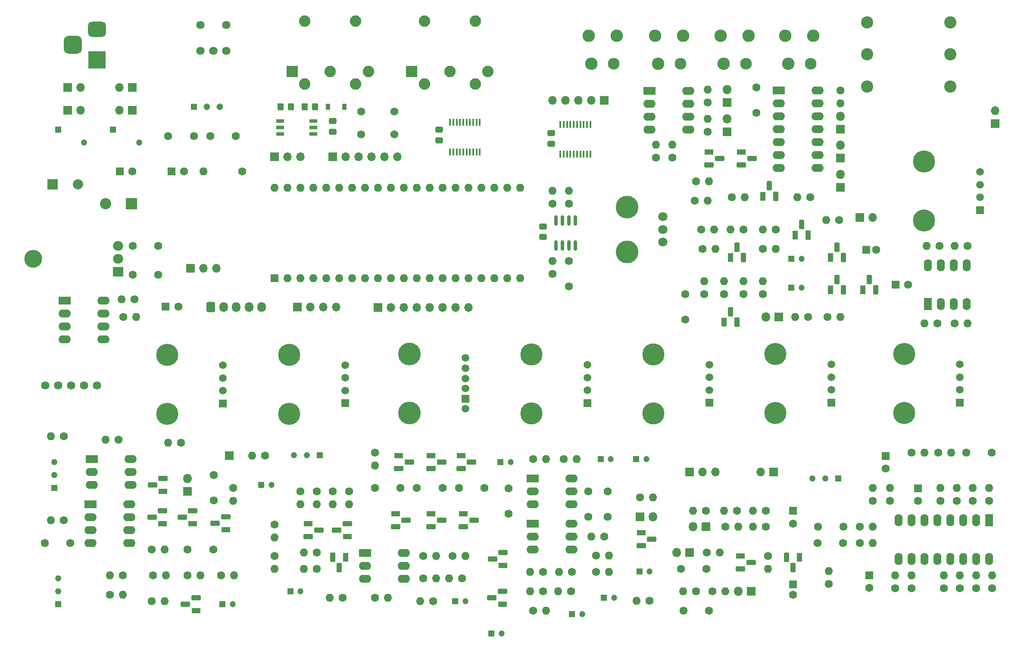
<source format=gts>
%TF.GenerationSoftware,KiCad,Pcbnew,8.0.8*%
%TF.CreationDate,2025-03-25T20:46:00+09:00*%
%TF.ProjectId,mainBorad,6d61696e-426f-4726-9164-2e6b69636164,rev?*%
%TF.SameCoordinates,Original*%
%TF.FileFunction,Soldermask,Top*%
%TF.FilePolarity,Negative*%
%FSLAX46Y46*%
G04 Gerber Fmt 4.6, Leading zero omitted, Abs format (unit mm)*
G04 Created by KiCad (PCBNEW 8.0.8) date 2025-03-25 20:46:00*
%MOMM*%
%LPD*%
G01*
G04 APERTURE LIST*
G04 Aperture macros list*
%AMRoundRect*
0 Rectangle with rounded corners*
0 $1 Rounding radius*
0 $2 $3 $4 $5 $6 $7 $8 $9 X,Y pos of 4 corners*
0 Add a 4 corners polygon primitive as box body*
4,1,4,$2,$3,$4,$5,$6,$7,$8,$9,$2,$3,0*
0 Add four circle primitives for the rounded corners*
1,1,$1+$1,$2,$3*
1,1,$1+$1,$4,$5*
1,1,$1+$1,$6,$7*
1,1,$1+$1,$8,$9*
0 Add four rect primitives between the rounded corners*
20,1,$1+$1,$2,$3,$4,$5,0*
20,1,$1+$1,$4,$5,$6,$7,0*
20,1,$1+$1,$6,$7,$8,$9,0*
20,1,$1+$1,$8,$9,$2,$3,0*%
G04 Aperture macros list end*
%ADD10C,1.600000*%
%ADD11O,1.600000X1.600000*%
%ADD12C,2.450000*%
%ADD13C,2.300000*%
%ADD14R,1.600000X2.400000*%
%ADD15O,1.600000X2.400000*%
%ADD16R,1.217000X1.217000*%
%ADD17C,1.217000*%
%ADD18R,1.800000X1.800000*%
%ADD19O,1.800000X1.800000*%
%ADD20C,1.800000*%
%ADD21C,4.455000*%
%ADD22R,1.100000X1.800000*%
%ADD23RoundRect,0.275000X-0.275000X-0.625000X0.275000X-0.625000X0.275000X0.625000X-0.275000X0.625000X0*%
%ADD24R,1.200000X1.200000*%
%ADD25C,1.200000*%
%ADD26R,1.600000X1.600000*%
%ADD27R,2.400000X1.600000*%
%ADD28O,2.400000X1.600000*%
%ADD29R,1.700000X1.700000*%
%ADD30O,1.700000X1.700000*%
%ADD31R,1.800000X1.100000*%
%ADD32RoundRect,0.275000X-0.625000X0.275000X-0.625000X-0.275000X0.625000X-0.275000X0.625000X0.275000X0*%
%ADD33C,1.635000*%
%ADD34RoundRect,0.250000X-0.350000X-0.450000X0.350000X-0.450000X0.350000X0.450000X-0.350000X0.450000X0*%
%ADD35R,2.200000X2.200000*%
%ADD36O,2.200000X2.200000*%
%ADD37RoundRect,0.250000X-0.475000X0.337500X-0.475000X-0.337500X0.475000X-0.337500X0.475000X0.337500X0*%
%ADD38RoundRect,0.275000X0.625000X-0.275000X0.625000X0.275000X-0.625000X0.275000X-0.625000X-0.275000X0*%
%ADD39RoundRect,0.275000X0.275000X0.625000X-0.275000X0.625000X-0.275000X-0.625000X0.275000X-0.625000X0*%
%ADD40R,1.650000X0.700000*%
%ADD41RoundRect,0.250000X-0.600000X-0.725000X0.600000X-0.725000X0.600000X0.725000X-0.600000X0.725000X0*%
%ADD42O,1.700000X1.950000*%
%ADD43R,0.450000X1.475000*%
%ADD44R,2.250000X2.250000*%
%ADD45C,2.250000*%
%ADD46R,1.500000X1.500000*%
%ADD47C,1.500000*%
%ADD48C,4.350000*%
%ADD49C,2.400000*%
%ADD50RoundRect,0.150000X0.150000X-0.825000X0.150000X0.825000X-0.150000X0.825000X-0.150000X-0.825000X0*%
%ADD51R,1.305000X1.305000*%
%ADD52C,1.305000*%
%ADD53C,1.575000*%
%ADD54C,3.500000*%
%ADD55R,2.000000X1.905000*%
%ADD56O,2.000000X1.905000*%
%ADD57R,3.500000X3.500000*%
%ADD58RoundRect,0.750000X-1.000000X0.750000X-1.000000X-0.750000X1.000000X-0.750000X1.000000X0.750000X0*%
%ADD59RoundRect,0.875000X-0.875000X0.875000X-0.875000X-0.875000X0.875000X-0.875000X0.875000X0.875000X0*%
%ADD60RoundRect,0.225000X-0.225000X-0.375000X0.225000X-0.375000X0.225000X0.375000X-0.225000X0.375000X0*%
%ADD61R,2.000000X2.000000*%
%ADD62C,2.000000*%
G04 APERTURE END LIST*
D10*
%TO.C,R105*%
X69330000Y-116165000D03*
D11*
X69330000Y-118705000D03*
%TD*%
D12*
%TO.C,DgJ13*%
X152770000Y-32805000D03*
X152220000Y-27305000D03*
X157720000Y-27305000D03*
D13*
X157170000Y-32805000D03*
%TD*%
D10*
%TO.C,R26*%
X168275000Y-120650000D03*
D11*
X165735000Y-120650000D03*
%TD*%
D10*
%TO.C,R70*%
X77470000Y-123375000D03*
D11*
X77470000Y-125915000D03*
%TD*%
D10*
%TO.C,R45*%
X53340000Y-138430000D03*
D11*
X55880000Y-138430000D03*
%TD*%
D14*
%TO.C,U1*%
X217790000Y-122555000D03*
D15*
X215250000Y-122555000D03*
X212710000Y-122555000D03*
X210170000Y-122555000D03*
X207630000Y-122555000D03*
X205090000Y-122555000D03*
X202550000Y-122555000D03*
X200010000Y-122555000D03*
X200010000Y-130175000D03*
X202550000Y-130175000D03*
X205090000Y-130175000D03*
X207630000Y-130175000D03*
X210170000Y-130175000D03*
X212710000Y-130175000D03*
X215250000Y-130175000D03*
X217790000Y-130175000D03*
%TD*%
D16*
%TO.C,TM4*%
X34925000Y-139065000D03*
D17*
X34925000Y-136525000D03*
X34925000Y-133985000D03*
%TD*%
D12*
%TO.C,DgJ11*%
X165650000Y-32805000D03*
X165100000Y-27305000D03*
X170600000Y-27305000D03*
D13*
X170050000Y-32805000D03*
%TD*%
D18*
%TO.C,D37*%
X176530000Y-82550000D03*
D19*
X173990000Y-82550000D03*
%TD*%
D16*
%TO.C,TM5*%
X34145000Y-116205000D03*
D17*
X34145000Y-113665000D03*
X34145000Y-111125000D03*
%TD*%
D10*
%TO.C,R22*%
X165960000Y-123825000D03*
D11*
X168500000Y-123825000D03*
%TD*%
D10*
%TO.C,R140*%
X167230000Y-59055000D03*
D11*
X169770000Y-59055000D03*
%TD*%
D10*
%TO.C,R73*%
X92075000Y-116840000D03*
D11*
X92075000Y-119380000D03*
%TD*%
D20*
%TO.C,VR1*%
X153685000Y-67865000D03*
X153685000Y-65365000D03*
X153685000Y-62865000D03*
D21*
X146685000Y-69765000D03*
X146685000Y-60965000D03*
%TD*%
D10*
%TO.C,R93*%
X162560000Y-46130000D03*
D11*
X162560000Y-43590000D03*
%TD*%
D10*
%TO.C,R109*%
X106680000Y-133985000D03*
D11*
X109220000Y-133985000D03*
%TD*%
D22*
%TO.C,Q38*%
X165735000Y-83585000D03*
D23*
X167005000Y-81515000D03*
X168275000Y-83585000D03*
%TD*%
D10*
%TO.C,R152*%
X182245000Y-82550000D03*
D11*
X179705000Y-82550000D03*
%TD*%
D24*
%TO.C,C23*%
X112935000Y-138430000D03*
D25*
X114935000Y-138430000D03*
%TD*%
D10*
%TO.C,C25*%
X139065000Y-116840000D03*
X139065000Y-121840000D03*
%TD*%
%TO.C,R64*%
X85725000Y-128905000D03*
D11*
X83185000Y-128905000D03*
%TD*%
D10*
%TO.C,R35*%
X66900000Y-133350000D03*
D11*
X69440000Y-133350000D03*
%TD*%
D10*
%TO.C,C34*%
X37320000Y-127000000D03*
X32320000Y-127000000D03*
%TD*%
D26*
%TO.C,C20*%
X179295000Y-135160000D03*
D10*
X179295000Y-137160000D03*
%TD*%
%TO.C,R13*%
X198345000Y-118745000D03*
D11*
X198345000Y-116205000D03*
%TD*%
D24*
%TO.C,C72*%
X178975000Y-71120000D03*
D25*
X180975000Y-71120000D03*
%TD*%
D27*
%TO.C,U2*%
X41275000Y-119380000D03*
D28*
X41275000Y-121920000D03*
X41275000Y-124460000D03*
X41275000Y-127000000D03*
X48895000Y-127000000D03*
X48895000Y-124460000D03*
X48895000Y-121920000D03*
X48895000Y-119380000D03*
%TD*%
D10*
%TO.C,R36*%
X53565000Y-133350000D03*
D11*
X56105000Y-133350000D03*
%TD*%
D10*
%TO.C,R14*%
X217790000Y-118745000D03*
D11*
X217790000Y-116205000D03*
%TD*%
D10*
%TO.C,R91*%
X160245000Y-55880000D03*
D11*
X162785000Y-55880000D03*
%TD*%
D10*
%TO.C,R10*%
X214615000Y-118745000D03*
D11*
X214615000Y-116205000D03*
%TD*%
D10*
%TO.C,DgC2*%
X135255000Y-76530000D03*
X135255000Y-71530000D03*
%TD*%
%TO.C,R138*%
X186055000Y-82550000D03*
D11*
X188595000Y-82550000D03*
%TD*%
D29*
%TO.C,J13*%
X68580000Y-109855000D03*
%TD*%
%TO.C,J8*%
X192405000Y-63000000D03*
D30*
X194945000Y-63000000D03*
%TD*%
D31*
%TO.C,Q10*%
X84055000Y-123190000D03*
D32*
X86125000Y-124460000D03*
X84055000Y-125730000D03*
%TD*%
D10*
%TO.C,C19*%
X105410000Y-116205000D03*
X110410000Y-116205000D03*
%TD*%
D16*
%TO.C,TM1*%
X188185000Y-114300000D03*
D17*
X185645000Y-114300000D03*
X183105000Y-114300000D03*
%TD*%
D10*
%TO.C,R103*%
X47625000Y-133350000D03*
D11*
X45085000Y-133350000D03*
%TD*%
D10*
%TO.C,R8*%
X199375000Y-135890000D03*
D11*
X199375000Y-133350000D03*
%TD*%
D31*
%TO.C,Q23*%
X114535000Y-121285000D03*
D32*
X116605000Y-122555000D03*
X114535000Y-123825000D03*
%TD*%
D33*
%TO.C,SW1*%
X34925000Y-96000000D03*
X37465000Y-96000000D03*
X40005000Y-96000000D03*
X32385000Y-96000000D03*
X42545000Y-96000000D03*
%TD*%
D10*
%TO.C,C26*%
X123432600Y-116285000D03*
X123432600Y-121285000D03*
%TD*%
%TO.C,DgR6*%
X135255000Y-60325000D03*
D11*
X135255000Y-57785000D03*
%TD*%
D34*
%TO.C,DgR4*%
X83360000Y-41275000D03*
X85360000Y-41275000D03*
%TD*%
D26*
%TO.C,PwC6*%
X47030000Y-53975000D03*
D10*
X49530000Y-53975000D03*
%TD*%
D35*
%TO.C,PwD1*%
X49312200Y-60325000D03*
D36*
X44232200Y-60325000D03*
%TD*%
D10*
%TO.C,R114*%
X140560000Y-129460000D03*
D11*
X143100000Y-129460000D03*
%TD*%
D10*
%TO.C,PwC3*%
X69810000Y-46990000D03*
X64810000Y-46990000D03*
%TD*%
%TO.C,PwC9*%
X49570000Y-68580000D03*
X54570000Y-68580000D03*
%TD*%
D27*
%TO.C,IC12*%
X176530000Y-38005000D03*
D28*
X176530000Y-40545000D03*
X176530000Y-43085000D03*
X176530000Y-45625000D03*
X176530000Y-48165000D03*
X176530000Y-50705000D03*
X176530000Y-53245000D03*
X184150000Y-53245000D03*
X184150000Y-50705000D03*
X184150000Y-48165000D03*
X184150000Y-45625000D03*
X184150000Y-43085000D03*
X184150000Y-40545000D03*
X184150000Y-38005000D03*
%TD*%
D10*
%TO.C,R63*%
X85725000Y-116840000D03*
D11*
X85725000Y-119380000D03*
%TD*%
D27*
%TO.C,Q21*%
X128157600Y-123190000D03*
D28*
X128157600Y-125730000D03*
X128157600Y-128270000D03*
X135777600Y-128270000D03*
X135777600Y-125730000D03*
X135777600Y-123190000D03*
%TD*%
D10*
%TO.C,R111*%
X142240000Y-125730000D03*
D11*
X139700000Y-125730000D03*
%TD*%
D37*
%TO.C,DgC6*%
X130175000Y-64770000D03*
X130175000Y-66845000D03*
%TD*%
D31*
%TO.C,Q30*%
X169145000Y-50165000D03*
D32*
X171215000Y-51435000D03*
X169145000Y-52705000D03*
%TD*%
D10*
%TO.C,C1*%
X184215000Y-123825000D03*
X189215000Y-123825000D03*
%TD*%
%TO.C,R25*%
X174360000Y-129540000D03*
D11*
X174360000Y-132080000D03*
%TD*%
D18*
%TO.C,D2*%
X162150000Y-123825000D03*
D19*
X159610000Y-123825000D03*
%TD*%
D10*
%TO.C,R16*%
X213545000Y-68580000D03*
D11*
X211005000Y-68580000D03*
%TD*%
D10*
%TO.C,R66*%
X135890000Y-132715000D03*
D11*
X133350000Y-132715000D03*
%TD*%
D10*
%TO.C,R100*%
X46765000Y-106680000D03*
D11*
X44225000Y-106680000D03*
%TD*%
D31*
%TO.C,Q18*%
X122205000Y-139065000D03*
D38*
X120135000Y-137795000D03*
X122205000Y-136525000D03*
%TD*%
D31*
%TO.C,Q8*%
X61995000Y-140335000D03*
D38*
X59925000Y-139065000D03*
X61995000Y-137795000D03*
%TD*%
D24*
%TO.C,C15*%
X120015000Y-144780000D03*
D25*
X122015000Y-144780000D03*
%TD*%
D22*
%TO.C,Q9*%
X91440000Y-129775000D03*
D39*
X90170000Y-131845000D03*
X88900000Y-129775000D03*
%TD*%
D29*
%TO.C,J12*%
X219000000Y-44540000D03*
D30*
X219000000Y-42000000D03*
%TD*%
D24*
%TO.C,C30*%
X141510000Y-110490000D03*
D25*
X143510000Y-110490000D03*
%TD*%
D40*
%TO.C,DgIC4*%
X78570000Y-44075000D03*
X78570000Y-45345000D03*
X78570000Y-46615000D03*
X85070000Y-46615000D03*
X85070000Y-45345000D03*
X85070000Y-44075000D03*
%TD*%
D10*
%TO.C,R150*%
X169545000Y-78105000D03*
D11*
X169545000Y-75565000D03*
%TD*%
D18*
%TO.C,D28*%
X188595000Y-51340000D03*
D19*
X188595000Y-48800000D03*
%TD*%
D10*
%TO.C,R98*%
X90805000Y-137795000D03*
D11*
X88265000Y-137795000D03*
%TD*%
D10*
%TO.C,C54*%
X158115000Y-83105000D03*
X158115000Y-78105000D03*
%TD*%
D41*
%TO.C,J14*%
X64930000Y-80645000D03*
D42*
X67430000Y-80645000D03*
X69930000Y-80645000D03*
X72430000Y-80645000D03*
X74930000Y-80645000D03*
%TD*%
D12*
%TO.C,DgJ9*%
X139700000Y-32805000D03*
X139150000Y-27305000D03*
X144650000Y-27305000D03*
D13*
X144100000Y-32805000D03*
%TD*%
D29*
%TO.C,PwJ2*%
X36830000Y-37465000D03*
D30*
X39370000Y-37465000D03*
%TD*%
D10*
%TO.C,C33*%
X65520000Y-118665000D03*
X65520000Y-113665000D03*
%TD*%
D24*
%TO.C,C14*%
X149130000Y-132635000D03*
D25*
X151130000Y-132635000D03*
%TD*%
D26*
%TO.C,C7*%
X56047000Y-80518000D03*
D10*
X58547000Y-80518000D03*
%TD*%
%TO.C,R92*%
X152400000Y-51210000D03*
D11*
X152400000Y-48670000D03*
%TD*%
D10*
%TO.C,R6*%
X218425000Y-135890000D03*
D11*
X218425000Y-133350000D03*
%TD*%
D29*
%TO.C,PwJ3*%
X49530000Y-37465000D03*
D30*
X46990000Y-37465000D03*
%TD*%
D10*
%TO.C,R99*%
X135665000Y-136525000D03*
D11*
X133125000Y-136525000D03*
%TD*%
D43*
%TO.C,DgIC3*%
X111920000Y-50143000D03*
X112570000Y-50143000D03*
X113220000Y-50143000D03*
X113870000Y-50143000D03*
X114520000Y-50143000D03*
X115170000Y-50143000D03*
X115820000Y-50143000D03*
X116470000Y-50143000D03*
X117120000Y-50143000D03*
X117770000Y-50143000D03*
X117770000Y-44267000D03*
X117120000Y-44267000D03*
X116470000Y-44267000D03*
X115820000Y-44267000D03*
X115170000Y-44267000D03*
X114520000Y-44267000D03*
X113870000Y-44267000D03*
X113220000Y-44267000D03*
X112570000Y-44267000D03*
X111920000Y-44267000D03*
%TD*%
D26*
%TO.C,C9*%
X197470000Y-109895000D03*
D10*
X197470000Y-112395000D03*
%TD*%
%TO.C,R113*%
X114300000Y-133985000D03*
D11*
X111760000Y-133985000D03*
%TD*%
D10*
%TO.C,R59*%
X155575000Y-51210000D03*
D11*
X155575000Y-48670000D03*
%TD*%
D27*
%TO.C,Q12*%
X95210000Y-128920000D03*
D28*
X95210000Y-131460000D03*
X95210000Y-134000000D03*
X102830000Y-134000000D03*
X102830000Y-131460000D03*
X102830000Y-128920000D03*
%TD*%
D10*
%TO.C,R28*%
X173990000Y-120650000D03*
D11*
X171450000Y-120650000D03*
%TD*%
D26*
%TO.C,C3*%
X179295000Y-120690000D03*
D10*
X179295000Y-123190000D03*
%TD*%
%TO.C,R34*%
X60325000Y-133350000D03*
D11*
X62865000Y-133350000D03*
%TD*%
D16*
%TO.C,PwF1*%
X34925000Y-45720000D03*
D17*
X40025000Y-48310000D03*
%TD*%
D31*
%TO.C,Q24*%
X55455000Y-123190000D03*
D38*
X53385000Y-121920000D03*
X55455000Y-120650000D03*
%TD*%
D18*
%TO.C,D26*%
X188595000Y-45625000D03*
D19*
X188595000Y-43085000D03*
%TD*%
D27*
%TO.C,U5*%
X36180000Y-79385000D03*
D28*
X36180000Y-81925000D03*
X36180000Y-84465000D03*
X36180000Y-87005000D03*
X43800000Y-87005000D03*
X43800000Y-84465000D03*
X43800000Y-81925000D03*
X43800000Y-79385000D03*
%TD*%
D10*
%TO.C,R139*%
X182655000Y-59055000D03*
D11*
X180115000Y-59055000D03*
%TD*%
D29*
%TO.C,AnPw1*%
X60960000Y-73025000D03*
D30*
X63500000Y-73025000D03*
X66040000Y-73025000D03*
%TD*%
D18*
%TO.C,D1*%
X158975000Y-128905000D03*
D19*
X156435000Y-128905000D03*
%TD*%
D10*
%TO.C,R142*%
X175895000Y-65405000D03*
D11*
X173355000Y-65405000D03*
%TD*%
D44*
%TO.C,DgJ1*%
X104380000Y-34290000D03*
D45*
X111880000Y-34290000D03*
X119380000Y-34290000D03*
X106880000Y-36790000D03*
X116880000Y-36790000D03*
X106880000Y-24390000D03*
X116880000Y-24390000D03*
%TD*%
D26*
%TO.C,C8*%
X194295000Y-133350000D03*
D10*
X194295000Y-135850000D03*
%TD*%
D24*
%TO.C,C29*%
X142145000Y-137795000D03*
D25*
X144145000Y-137795000D03*
%TD*%
D26*
%TO.C,C4*%
X203820000Y-116245000D03*
D10*
X203820000Y-118745000D03*
%TD*%
D22*
%TO.C,Q35*%
X173355000Y-58820000D03*
D23*
X174625000Y-56750000D03*
X175895000Y-58820000D03*
%TD*%
D10*
%TO.C,R69*%
X97155000Y-137795000D03*
D11*
X99695000Y-137795000D03*
%TD*%
D31*
%TO.C,Q14*%
X108185000Y-109855000D03*
D32*
X110255000Y-111125000D03*
X108185000Y-112395000D03*
%TD*%
D24*
%TO.C,C13*%
X148495000Y-110490000D03*
D25*
X150495000Y-110490000D03*
%TD*%
D33*
%TO.C,PwS1*%
X62865000Y-30225000D03*
X65405000Y-30225000D03*
X67945000Y-30225000D03*
X67945000Y-25145000D03*
X62865000Y-25145000D03*
%TD*%
D31*
%TO.C,Q28*%
X67825000Y-124420000D03*
D38*
X65755000Y-123150000D03*
X67825000Y-121880000D03*
%TD*%
D10*
%TO.C,R46*%
X149225000Y-118030000D03*
D11*
X151765000Y-118030000D03*
%TD*%
D10*
%TO.C,R17*%
X207645000Y-83820000D03*
D11*
X205105000Y-83820000D03*
%TD*%
D18*
%TO.C,D29*%
X188595000Y-57055000D03*
D19*
X188595000Y-54515000D03*
%TD*%
D10*
%TO.C,R117*%
X188595000Y-38005000D03*
D11*
X188595000Y-40545000D03*
%TD*%
D29*
%TO.C,DgJ16*%
X142235000Y-40005000D03*
D30*
X139695000Y-40005000D03*
X137155000Y-40005000D03*
X134615000Y-40005000D03*
X132075000Y-40005000D03*
%TD*%
D10*
%TO.C,R61*%
X162150000Y-120650000D03*
D11*
X159610000Y-120650000D03*
%TD*%
D22*
%TO.C,Q39*%
X193040000Y-77235000D03*
D23*
X194310000Y-75165000D03*
X195580000Y-77235000D03*
%TD*%
D10*
%TO.C,R62*%
X75565000Y-109855000D03*
D11*
X73025000Y-109855000D03*
%TD*%
D46*
%TO.C,VR2*%
X67310000Y-99550000D03*
D47*
X67310000Y-97050000D03*
X67310000Y-94550000D03*
X67310000Y-92050000D03*
D48*
X56310000Y-101600000D03*
X56310000Y-90000000D03*
%TD*%
D46*
%TO.C,VR4*%
X114946700Y-98635000D03*
D47*
X114946700Y-100635000D03*
X114946700Y-90635000D03*
X114946700Y-96635000D03*
X114946700Y-94635000D03*
X114946700Y-92635000D03*
D21*
X103946700Y-101435000D03*
X103946700Y-89835000D03*
%TD*%
D10*
%TO.C,R24*%
X208055000Y-68580000D03*
D11*
X205515000Y-68580000D03*
%TD*%
D37*
%TO.C,DgC1*%
X88900000Y-44047500D03*
X88900000Y-46122500D03*
%TD*%
D49*
%TO.C,J6*%
X210185000Y-30945000D03*
X193885000Y-30945000D03*
X210185000Y-24645000D03*
X193885000Y-24645000D03*
X210185000Y-37245000D03*
X193885000Y-37245000D03*
%TD*%
D10*
%TO.C,R18*%
X49911000Y-79121000D03*
D11*
X47371000Y-79121000D03*
%TD*%
D29*
%TO.C,PwJ4*%
X36825000Y-41910000D03*
D30*
X39365000Y-41910000D03*
%TD*%
D10*
%TO.C,R141*%
X160020000Y-59690000D03*
D11*
X162560000Y-59690000D03*
%TD*%
D10*
%TO.C,R71*%
X82550000Y-116840000D03*
D11*
X82550000Y-119380000D03*
%TD*%
D29*
%TO.C,J3*%
X175485000Y-113030000D03*
D30*
X172945000Y-113030000D03*
%TD*%
D24*
%TO.C,C55*%
X178975000Y-76835000D03*
D25*
X180975000Y-76835000D03*
%TD*%
D50*
%TO.C,DgIC5*%
X132715000Y-68515000D03*
X133985000Y-68515000D03*
X135255000Y-68515000D03*
X136525000Y-68515000D03*
X136525000Y-63565000D03*
X135255000Y-63565000D03*
X133985000Y-63565000D03*
X132715000Y-63565000D03*
%TD*%
D46*
%TO.C,VR8*%
X212090000Y-99380000D03*
D47*
X212090000Y-96880000D03*
X212090000Y-94380000D03*
X212090000Y-91880000D03*
D48*
X201090000Y-101430000D03*
X201090000Y-89830000D03*
%TD*%
D31*
%TO.C,Q11*%
X91725000Y-125730000D03*
D38*
X89655000Y-124460000D03*
X91725000Y-123190000D03*
%TD*%
D10*
%TO.C,R148*%
X161810000Y-78105000D03*
D11*
X161810000Y-75565000D03*
%TD*%
D10*
%TO.C,R151*%
X173355000Y-78105000D03*
D11*
X173355000Y-75565000D03*
%TD*%
D10*
%TO.C,R7*%
X202550000Y-135890000D03*
D11*
X202550000Y-133350000D03*
%TD*%
D46*
%TO.C,VR7*%
X186851700Y-99412500D03*
D47*
X186851700Y-96912500D03*
X186851700Y-94412500D03*
X186851700Y-91912500D03*
D48*
X175851700Y-101462500D03*
X175851700Y-89862500D03*
%TD*%
D24*
%TO.C,C17*%
X74835000Y-115570000D03*
D25*
X76835000Y-115570000D03*
%TD*%
D29*
%TO.C,DgPw1*%
X77470000Y-51060000D03*
D30*
X80010000Y-51060000D03*
X82550000Y-51060000D03*
%TD*%
D26*
%TO.C,PwC5*%
X57190000Y-53975000D03*
D10*
X59690000Y-53975000D03*
%TD*%
%TO.C,R144*%
X161515000Y-69215000D03*
D11*
X164055000Y-69215000D03*
%TD*%
D10*
%TO.C,R9*%
X211440000Y-118745000D03*
D11*
X211440000Y-116205000D03*
%TD*%
D10*
%TO.C,C5*%
X213345000Y-109220000D03*
X218345000Y-109220000D03*
%TD*%
D29*
%TO.C,DgJ2*%
X97790000Y-80665000D03*
D30*
X100330000Y-80665000D03*
X102870000Y-80665000D03*
X105410000Y-80665000D03*
X107950000Y-80665000D03*
X110490000Y-80665000D03*
X113030000Y-80665000D03*
X115570000Y-80665000D03*
%TD*%
D10*
%TO.C,R143*%
X169545000Y-65405000D03*
D11*
X167005000Y-65405000D03*
%TD*%
D10*
%TO.C,DgR7*%
X132080000Y-60325000D03*
D11*
X132080000Y-57785000D03*
%TD*%
D24*
%TO.C,C22*%
X135890000Y-140970000D03*
D25*
X137890000Y-140970000D03*
%TD*%
D10*
%TO.C,PwL1*%
X71120000Y-53975000D03*
D11*
X63500000Y-53975000D03*
%TD*%
D51*
%TO.C,PwIC1*%
X61595000Y-41275000D03*
D52*
X64135000Y-41275000D03*
X66675000Y-41275000D03*
%TD*%
D10*
%TO.C,R1*%
X215250000Y-135890000D03*
D11*
X215250000Y-133350000D03*
%TD*%
D27*
%TO.C,Q26*%
X41550000Y-110520000D03*
D28*
X41550000Y-113060000D03*
X41550000Y-115600000D03*
X49170000Y-115600000D03*
X49170000Y-113060000D03*
X49170000Y-110520000D03*
%TD*%
D10*
%TO.C,R104*%
X36050000Y-122555000D03*
D11*
X33510000Y-122555000D03*
%TD*%
D24*
%TO.C,C16*%
X80550000Y-136525000D03*
D25*
X82550000Y-136525000D03*
%TD*%
D10*
%TO.C,R94*%
X128270000Y-140335000D03*
D11*
X130810000Y-140335000D03*
%TD*%
D10*
%TO.C,C24*%
X113665000Y-116205000D03*
X118665000Y-116205000D03*
%TD*%
%TO.C,R5*%
X212075000Y-135890000D03*
D11*
X212075000Y-133350000D03*
%TD*%
D10*
%TO.C,R12*%
X194930000Y-118745000D03*
D11*
X194930000Y-116205000D03*
%TD*%
D10*
%TO.C,R11*%
X208265000Y-118745000D03*
D11*
X208265000Y-116205000D03*
%TD*%
D10*
%TO.C,R67*%
X130175000Y-136525000D03*
D11*
X127635000Y-136525000D03*
%TD*%
D10*
%TO.C,R68*%
X77470000Y-129540000D03*
D11*
X77470000Y-132080000D03*
%TD*%
D31*
%TO.C,Q17*%
X108185000Y-121285000D03*
D32*
X110255000Y-122555000D03*
X108185000Y-123825000D03*
%TD*%
D10*
%TO.C,R106*%
X36050000Y-106045000D03*
D11*
X33510000Y-106045000D03*
%TD*%
D18*
%TO.C,D24*%
X149225000Y-121840000D03*
D19*
X151765000Y-121840000D03*
%TD*%
D31*
%TO.C,Q13*%
X101835000Y-109855000D03*
D32*
X103905000Y-111125000D03*
X101835000Y-112395000D03*
%TD*%
D26*
%TO.C,C6*%
X199430000Y-76200000D03*
D10*
X201930000Y-76200000D03*
%TD*%
%TO.C,R30*%
X163420000Y-136525000D03*
D11*
X165960000Y-136525000D03*
%TD*%
D29*
%TO.C,PwJ5*%
X49530000Y-41910000D03*
D30*
X46990000Y-41910000D03*
%TD*%
D16*
%TO.C,TM3*%
X86360000Y-109710000D03*
D17*
X83820000Y-109710000D03*
X81280000Y-109710000D03*
%TD*%
D31*
%TO.C,Q20*%
X122320000Y-131445000D03*
D38*
X120250000Y-130175000D03*
X122320000Y-128905000D03*
%TD*%
D10*
%TO.C,R118*%
X59055000Y-107315000D03*
D11*
X56515000Y-107315000D03*
%TD*%
D22*
%TO.C,Q41*%
X186690000Y-77235000D03*
D23*
X187960000Y-75165000D03*
X189230000Y-77235000D03*
%TD*%
D27*
%TO.C,Q22*%
X128157600Y-114300000D03*
D28*
X128157600Y-116840000D03*
X128157600Y-119380000D03*
X135777600Y-119380000D03*
X135777600Y-116840000D03*
X135777600Y-114300000D03*
%TD*%
D10*
%TO.C,PwC4*%
X49610000Y-74295000D03*
X54610000Y-74295000D03*
%TD*%
%TO.C,C10*%
X60365000Y-128270000D03*
X65365000Y-128270000D03*
%TD*%
D34*
%TO.C,DgR3*%
X78645000Y-41275000D03*
X80645000Y-41275000D03*
%TD*%
D31*
%TO.C,Q29*%
X162795000Y-50165000D03*
D32*
X164865000Y-51435000D03*
X162795000Y-52705000D03*
%TD*%
D26*
%TO.C,C62*%
X193635000Y-69380000D03*
D10*
X195635000Y-69380000D03*
%TD*%
D53*
%TO.C,DgS1*%
X100965000Y-46670000D03*
X94465000Y-46670000D03*
X100965000Y-42170000D03*
X94465000Y-42170000D03*
%TD*%
D10*
%TO.C,R29*%
X160245000Y-136525000D03*
D11*
X157705000Y-136525000D03*
%TD*%
D10*
%TO.C,R115*%
X134227600Y-110490000D03*
D11*
X136767600Y-110490000D03*
%TD*%
D10*
%TO.C,R95*%
X128270000Y-110490000D03*
D11*
X130810000Y-110490000D03*
%TD*%
D10*
%TO.C,R4*%
X208900000Y-135890000D03*
D11*
X208900000Y-133350000D03*
%TD*%
D46*
%TO.C,VR3*%
X91278300Y-99522500D03*
D47*
X91278300Y-97022500D03*
X91278300Y-94522500D03*
X91278300Y-92022500D03*
D48*
X80278300Y-101572500D03*
X80278300Y-89972500D03*
%TD*%
D18*
%TO.C,D31*%
X166370000Y-40415000D03*
D19*
X166370000Y-37875000D03*
%TD*%
D10*
%TO.C,R2*%
X192390000Y-123825000D03*
D11*
X194930000Y-123825000D03*
%TD*%
D22*
%TO.C,Q37*%
X167005000Y-70885000D03*
D23*
X168275000Y-68815000D03*
X169545000Y-70885000D03*
%TD*%
D10*
%TO.C,R145*%
X173355000Y-69215000D03*
D11*
X175895000Y-69215000D03*
%TD*%
D31*
%TO.C,Q25*%
X61360000Y-123190000D03*
D38*
X59290000Y-121920000D03*
X61360000Y-120650000D03*
%TD*%
D10*
%TO.C,R97*%
X108585000Y-138430000D03*
D11*
X106045000Y-138430000D03*
%TD*%
D10*
%TO.C,R15*%
X207855000Y-109220000D03*
D11*
X210395000Y-109220000D03*
%TD*%
D10*
%TO.C,C21*%
X162745000Y-140335000D03*
X157745000Y-140335000D03*
%TD*%
%TO.C,C27*%
X142875000Y-116840000D03*
X142875000Y-121840000D03*
%TD*%
D54*
%TO.C,PwIC2*%
X30035000Y-71120000D03*
D55*
X46695000Y-73660000D03*
D56*
X46695000Y-71120000D03*
X46695000Y-68580000D03*
%TD*%
D10*
%TO.C,C2*%
X184135000Y-127000000D03*
X189135000Y-127000000D03*
%TD*%
D24*
%TO.C,C28*%
X121825000Y-111125000D03*
D25*
X123825000Y-111125000D03*
%TD*%
D10*
%TO.C,R102*%
X45085000Y-137160000D03*
D11*
X47625000Y-137160000D03*
%TD*%
D10*
%TO.C,R27*%
X173990000Y-123825000D03*
D11*
X171450000Y-123825000D03*
%TD*%
D10*
%TO.C,C18*%
X102155000Y-116205000D03*
X97155000Y-116205000D03*
%TD*%
%TO.C,C12*%
X157295000Y-132080000D03*
X162295000Y-132080000D03*
%TD*%
%TO.C,R146*%
X161290000Y-65405000D03*
D11*
X163830000Y-65405000D03*
%TD*%
D46*
%TO.C,VR5*%
X138915000Y-99495000D03*
D47*
X138915000Y-96995000D03*
X138915000Y-94495000D03*
X138915000Y-91995000D03*
D48*
X127915000Y-101545000D03*
X127915000Y-89945000D03*
%TD*%
D10*
%TO.C,R101*%
X53340000Y-128270000D03*
D11*
X55880000Y-128270000D03*
%TD*%
D10*
%TO.C,R107*%
X162560000Y-40415000D03*
D11*
X162560000Y-37875000D03*
%TD*%
D37*
%TO.C,DgC4*%
X109765000Y-45765000D03*
X109765000Y-47840000D03*
%TD*%
D10*
%TO.C,R96*%
X151130000Y-138350000D03*
D11*
X148590000Y-138350000D03*
%TD*%
D10*
%TO.C,R108*%
X106680000Y-129540000D03*
D11*
X109220000Y-129540000D03*
%TD*%
D44*
%TO.C,DgJ8*%
X80885000Y-34290000D03*
D45*
X88385000Y-34290000D03*
X95885000Y-34290000D03*
X83385000Y-36790000D03*
X93385000Y-36790000D03*
X83385000Y-24390000D03*
X93385000Y-24390000D03*
%TD*%
D10*
%TO.C,R149*%
X165735000Y-78105000D03*
D11*
X165735000Y-75565000D03*
%TD*%
D16*
%TO.C,PwF2*%
X45710000Y-45695000D03*
D17*
X50810000Y-48285000D03*
%TD*%
D57*
%TO.C,PwJ1*%
X42545000Y-32035000D03*
D58*
X42545000Y-26035000D03*
D59*
X37845000Y-29035000D03*
%TD*%
D31*
%TO.C,Q15*%
X101200000Y-121285000D03*
D32*
X103270000Y-122555000D03*
X101200000Y-123825000D03*
%TD*%
D10*
%TO.C,R47*%
X97155000Y-109220000D03*
D11*
X97155000Y-111760000D03*
%TD*%
D10*
%TO.C,PwC1*%
X56555000Y-46990000D03*
X61555000Y-46990000D03*
%TD*%
D18*
%TO.C,D3*%
X171040000Y-136525000D03*
D19*
X168500000Y-136525000D03*
%TD*%
D10*
%TO.C,R72*%
X88900000Y-116840000D03*
D11*
X88900000Y-119380000D03*
%TD*%
D29*
%TO.C,DgJ3*%
X81915000Y-80645000D03*
D30*
X84455000Y-80645000D03*
X86995000Y-80645000D03*
X89535000Y-80645000D03*
%TD*%
D10*
%TO.C,R3*%
X192390000Y-127000000D03*
D11*
X194930000Y-127000000D03*
%TD*%
D10*
%TO.C,R20*%
X211045000Y-83820000D03*
D11*
X213585000Y-83820000D03*
%TD*%
D46*
%TO.C,VR9*%
X216000000Y-61550000D03*
D47*
X216000000Y-59050000D03*
X216000000Y-56550000D03*
X216000000Y-54050000D03*
D48*
X205000000Y-63600000D03*
X205000000Y-52000000D03*
%TD*%
D10*
%TO.C,R19*%
X47752000Y-82550000D03*
D11*
X50292000Y-82550000D03*
%TD*%
D18*
%TO.C,D32*%
X166370000Y-46130000D03*
D19*
X166370000Y-43590000D03*
%TD*%
D22*
%TO.C,Q2*%
X180565000Y-129775000D03*
D39*
X179295000Y-131845000D03*
X178025000Y-129775000D03*
%TD*%
D46*
%TO.C,VR6*%
X162883300Y-99440000D03*
D47*
X162883300Y-96940000D03*
X162883300Y-94440000D03*
X162883300Y-91940000D03*
D48*
X151883300Y-101490000D03*
X151883300Y-89890000D03*
%TD*%
D27*
%TO.C,U3*%
X151115000Y-38110000D03*
D28*
X151115000Y-40650000D03*
X151115000Y-43190000D03*
X151115000Y-45730000D03*
X158735000Y-45730000D03*
X158735000Y-43190000D03*
X158735000Y-40650000D03*
X158735000Y-38110000D03*
%TD*%
D10*
%TO.C,DgR5*%
X132080000Y-74070000D03*
D11*
X132080000Y-71530000D03*
%TD*%
D31*
%TO.C,Q27*%
X55530000Y-116840000D03*
D38*
X53460000Y-115570000D03*
X55530000Y-114300000D03*
%TD*%
D12*
%TO.C,DgJ12*%
X178350000Y-32805000D03*
X177800000Y-27305000D03*
X183300000Y-27305000D03*
D13*
X182750000Y-32805000D03*
%TD*%
D14*
%TO.C,U4*%
X205750000Y-80025000D03*
D15*
X208290000Y-80025000D03*
X210830000Y-80025000D03*
X213370000Y-80025000D03*
X213370000Y-72405000D03*
X210830000Y-72405000D03*
X208290000Y-72405000D03*
X205750000Y-72405000D03*
%TD*%
D31*
%TO.C,Q1*%
X168960000Y-129540000D03*
D32*
X171030000Y-130810000D03*
X168960000Y-132080000D03*
%TD*%
D10*
%TO.C,R110*%
X130175000Y-132715000D03*
D11*
X127635000Y-132715000D03*
%TD*%
D22*
%TO.C,Q40*%
X186690000Y-70885000D03*
D23*
X187960000Y-68815000D03*
X189230000Y-70885000D03*
%TD*%
D29*
%TO.C,J7*%
X158975000Y-113030000D03*
D30*
X161515000Y-113030000D03*
X164055000Y-113030000D03*
%TD*%
D10*
%TO.C,R147*%
X188370000Y-63500000D03*
D11*
X185830000Y-63500000D03*
%TD*%
D10*
%TO.C,R21*%
X162375000Y-128905000D03*
D11*
X164915000Y-128905000D03*
%TD*%
D10*
%TO.C,R116*%
X140560000Y-132715000D03*
D11*
X143100000Y-132715000D03*
%TD*%
D37*
%TO.C,DgC3*%
X131770000Y-46422000D03*
X131770000Y-48497000D03*
%TD*%
D10*
%TO.C,C35*%
X172085000Y-37465000D03*
X172085000Y-42465000D03*
%TD*%
D26*
%TO.C,DgU1*%
X77470000Y-74950000D03*
D11*
X80010000Y-74950000D03*
X82550000Y-74950000D03*
X85090000Y-74950000D03*
X87630000Y-74950000D03*
X90170000Y-74950000D03*
X92710000Y-74950000D03*
X95250000Y-74950000D03*
X97790000Y-74950000D03*
X100330000Y-74950000D03*
X102870000Y-74950000D03*
X105410000Y-74950000D03*
X107950000Y-74950000D03*
X110490000Y-74950000D03*
X113030000Y-74950000D03*
X115570000Y-74950000D03*
X118110000Y-74950000D03*
X120650000Y-74950000D03*
X123190000Y-74950000D03*
X125730000Y-74950000D03*
X125730000Y-57150000D03*
X123190000Y-57150000D03*
X120650000Y-57150000D03*
X118110000Y-57150000D03*
X115570000Y-57150000D03*
X113030000Y-57150000D03*
X110490000Y-57150000D03*
X107950000Y-57150000D03*
X105410000Y-57150000D03*
X102870000Y-57150000D03*
X100330000Y-57150000D03*
X97790000Y-57150000D03*
X95250000Y-57150000D03*
X92710000Y-57150000D03*
X90170000Y-57150000D03*
X87630000Y-57150000D03*
X85090000Y-57150000D03*
X82550000Y-57150000D03*
X80010000Y-57150000D03*
X77470000Y-57150000D03*
%TD*%
D31*
%TO.C,Q16*%
X114060000Y-109855000D03*
D32*
X116130000Y-111125000D03*
X114060000Y-112395000D03*
%TD*%
D60*
%TO.C,DgD1*%
X87885000Y-41275000D03*
X91185000Y-41275000D03*
%TD*%
D10*
%TO.C,R112*%
X112395000Y-129540000D03*
D11*
X114935000Y-129540000D03*
%TD*%
D10*
%TO.C,R23*%
X202550000Y-109220000D03*
D11*
X205090000Y-109220000D03*
%TD*%
D31*
%TO.C,Q19*%
X149460000Y-125015000D03*
D32*
X151530000Y-126285000D03*
X149460000Y-127555000D03*
%TD*%
D43*
%TO.C,DgIC2*%
X133600000Y-50563000D03*
X134250000Y-50563000D03*
X134900000Y-50563000D03*
X135550000Y-50563000D03*
X136200000Y-50563000D03*
X136850000Y-50563000D03*
X137500000Y-50563000D03*
X138150000Y-50563000D03*
X138800000Y-50563000D03*
X139450000Y-50563000D03*
X139450000Y-44687000D03*
X138800000Y-44687000D03*
X138150000Y-44687000D03*
X137500000Y-44687000D03*
X136850000Y-44687000D03*
X136200000Y-44687000D03*
X135550000Y-44687000D03*
X134900000Y-44687000D03*
X134250000Y-44687000D03*
X133600000Y-44687000D03*
%TD*%
D22*
%TO.C,Q36*%
X179705000Y-66440000D03*
D23*
X180975000Y-64370000D03*
X182245000Y-66440000D03*
%TD*%
D18*
%TO.C,D25*%
X60325000Y-116840000D03*
D19*
X60325000Y-114300000D03*
%TD*%
D29*
%TO.C,DgJ5*%
X88900000Y-51040000D03*
D30*
X91440000Y-51040000D03*
X93980000Y-51040000D03*
X96520000Y-51040000D03*
X99060000Y-51040000D03*
X101600000Y-51040000D03*
%TD*%
D24*
%TO.C,C11*%
X67215000Y-139065000D03*
D25*
X69215000Y-139065000D03*
%TD*%
D10*
%TO.C,R65*%
X85725000Y-132080000D03*
D11*
X83185000Y-132080000D03*
%TD*%
D61*
%TO.C,PwC2*%
X33827300Y-56515000D03*
D62*
X38827300Y-56515000D03*
%TD*%
D10*
%TO.C,VCA_R1*%
X186280000Y-135030000D03*
D11*
X186280000Y-132490000D03*
%TD*%
M02*

</source>
